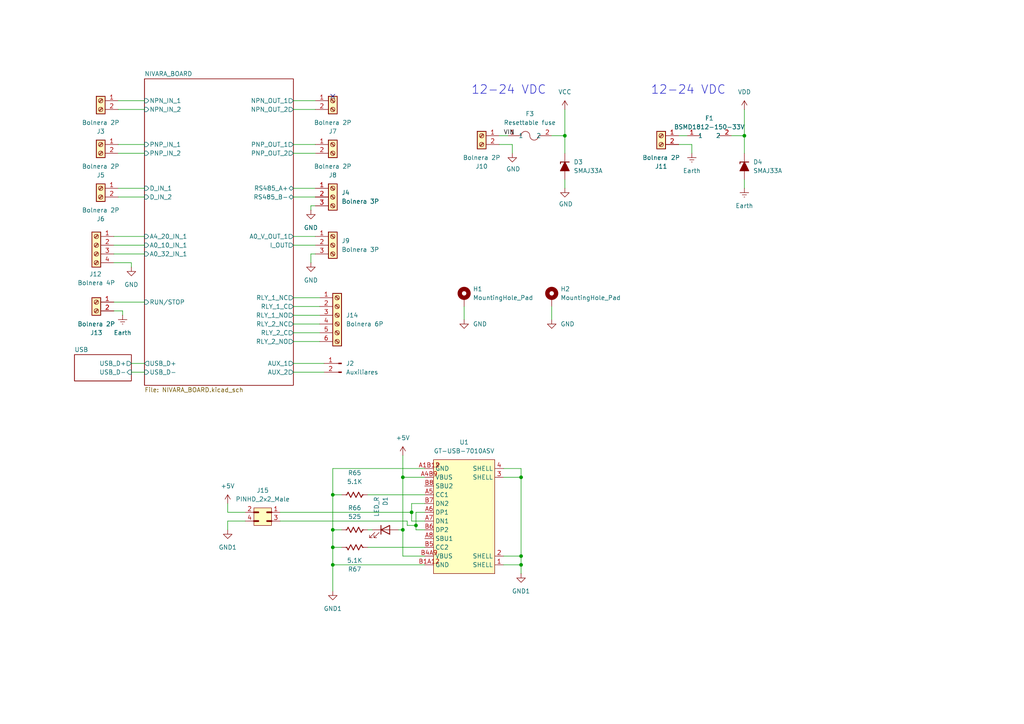
<source format=kicad_sch>
(kicad_sch (version 20250114) (generator "eeschema") (generator_version "9.0")
  (paper "A4")
  (title_block (title "PCB Nivara") (date "2025-06-06") (rev "2025-06-06") (company "Instituto Tecnológico de las Américas"))
  (lib_symbols
    (symbol "Connector:Conn_01x02_Pin" (pin_names (offset 1.016) (hide yes))
      (property "Reference" "J" (at 0 2.54 0))
      (property "Value" "Conn_01x02_Pin" (at 0 -5.08 0))
      (symbol "Conn_01x02_Pin_1_1"
        (rectangle (start 0.8636 0.127) (end 0 -0.127) (stroke (width 0.1524)) (fill (type outline)))
        (rectangle (start 0.8636 -2.413) (end 0 -2.667) (stroke (width 0.1524)) (fill (type outline)))
        (polyline (pts (xy 1.27 0) (xy 0.8636 0)) (stroke (width 0.1524)))
        (polyline (pts (xy 1.27 -2.54) (xy 0.8636 -2.54)) (stroke (width 0.1524)))
        (pin passive line (at 5.08 0 180) (length 3.81) (name "Pin_1") (number "1"))
        (pin passive line (at 5.08 -2.54 180) (length 3.81) (name "Pin_2") (number "2"))
      )
    )
    (symbol "Connector:Screw_Terminal_01x02" (pin_names (offset 1.016) (hide yes))
      (property "Reference" "J" (at 0 2.54 0))
      (property "Value" "Screw_Terminal_01x02" (at 0 -5.08 0))
      (symbol "Screw_Terminal_01x02_1_1"
        (rectangle (start -1.27 1.27) (end 1.27 -3.81) (stroke (width 0.254)) (fill (type background)))
        (polyline (pts (xy -0.5334 0.3302) (xy 0.3302 -0.508)) (stroke (width 0.1524)))
        (polyline (pts (xy -0.5334 -2.2098) (xy 0.3302 -3.048)) (stroke (width 0.1524)))
        (polyline (pts (xy -0.3556 0.508) (xy 0.508 -0.3302)) (stroke (width 0.1524)))
        (polyline (pts (xy -0.3556 -2.032) (xy 0.508 -2.8702)) (stroke (width 0.1524)))
        (circle (center 0 0) (radius 0.635) (stroke (width 0.1524)))
        (circle (center 0 -2.54) (radius 0.635) (stroke (width 0.1524)))
        (pin passive line (at -5.08 0 0) (length 3.81) (name "Pin_1") (number "1"))
        (pin passive line (at -5.08 -2.54 0) (length 3.81) (name "Pin_2") (number "2"))
      )
    )
    (symbol "Connector:Screw_Terminal_01x03" (pin_names (offset 1.016) (hide yes))
      (property "Reference" "J" (at 0 5.08 0))
      (property "Value" "Screw_Terminal_01x03" (at 0 -5.08 0))
      (symbol "Screw_Terminal_01x03_1_1"
        (rectangle (start -1.27 3.81) (end 1.27 -3.81) (stroke (width 0.254)) (fill (type background)))
        (polyline (pts (xy -0.5334 2.8702) (xy 0.3302 2.032)) (stroke (width 0.1524)))
        (polyline (pts (xy -0.5334 0.3302) (xy 0.3302 -0.508)) (stroke (width 0.1524)))
        (polyline (pts (xy -0.5334 -2.2098) (xy 0.3302 -3.048)) (stroke (width 0.1524)))
        (polyline (pts (xy -0.3556 3.048) (xy 0.508 2.2098)) (stroke (width 0.1524)))
        (polyline (pts (xy -0.3556 0.508) (xy 0.508 -0.3302)) (stroke (width 0.1524)))
        (polyline (pts (xy -0.3556 -2.032) (xy 0.508 -2.8702)) (stroke (width 0.1524)))
        (circle (center 0 2.54) (radius 0.635) (stroke (width 0.1524)))
        (circle (center 0 0) (radius 0.635) (stroke (width 0.1524)))
        (circle (center 0 -2.54) (radius 0.635) (stroke (width 0.1524)))
        (pin passive line (at -5.08 2.54 0) (length 3.81) (name "Pin_1") (number "1"))
        (pin passive line (at -5.08 0 0) (length 3.81) (name "Pin_2") (number "2"))
        (pin passive line (at -5.08 -2.54 0) (length 3.81) (name "Pin_3") (number "3"))
      )
    )
    (symbol "Connector:Screw_Terminal_01x04" (pin_names (offset 1.016) (hide yes))
      (property "Reference" "J" (at 0 5.08 0))
      (property "Value" "Screw_Terminal_01x04" (at 0 -7.62 0))
      (symbol "Screw_Terminal_01x04_1_1"
        (rectangle (start -1.27 3.81) (end 1.27 -6.35) (stroke (width 0.254)) (fill (type background)))
        (polyline (pts (xy -0.5334 2.8702) (xy 0.3302 2.032)) (stroke (width 0.1524)))
        (polyline (pts (xy -0.5334 0.3302) (xy 0.3302 -0.508)) (stroke (width 0.1524)))
        (polyline (pts (xy -0.5334 -2.2098) (xy 0.3302 -3.048)) (stroke (width 0.1524)))
        (polyline (pts (xy -0.5334 -4.7498) (xy 0.3302 -5.588)) (stroke (width 0.1524)))
        (polyline (pts (xy -0.3556 3.048) (xy 0.508 2.2098)) (stroke (width 0.1524)))
        (polyline (pts (xy -0.3556 0.508) (xy 0.508 -0.3302)) (stroke (width 0.1524)))
        (polyline (pts (xy -0.3556 -2.032) (xy 0.508 -2.8702)) (stroke (width 0.1524)))
        (polyline (pts (xy -0.3556 -4.572) (xy 0.508 -5.4102)) (stroke (width 0.1524)))
        (circle (center 0 2.54) (radius 0.635) (stroke (width 0.1524)))
        (circle (center 0 0) (radius 0.635) (stroke (width 0.1524)))
        (circle (center 0 -2.54) (radius 0.635) (stroke (width 0.1524)))
        (circle (center 0 -5.08) (radius 0.635) (stroke (width 0.1524)))
        (pin passive line (at -5.08 2.54 0) (length 3.81) (name "Pin_1") (number "1"))
        (pin passive line (at -5.08 0 0) (length 3.81) (name "Pin_2") (number "2"))
        (pin passive line (at -5.08 -2.54 0) (length 3.81) (name "Pin_3") (number "3"))
        (pin passive line (at -5.08 -5.08 0) (length 3.81) (name "Pin_4") (number "4"))
      )
    )
    (symbol "Connector:Screw_Terminal_01x06" (pin_names (offset 1.016) (hide yes))
      (property "Reference" "J" (at 0 7.62 0))
      (property "Value" "Screw_Terminal_01x06" (at 0 -10.16 0))
      (symbol "Screw_Terminal_01x06_1_1"
        (rectangle (start -1.27 6.35) (end 1.27 -8.89) (stroke (width 0.254)) (fill (type background)))
        (polyline (pts (xy -0.5334 5.4102) (xy 0.3302 4.572)) (stroke (width 0.1524)))
        (polyline (pts (xy -0.5334 2.8702) (xy 0.3302 2.032)) (stroke (width 0.1524)))
        (polyline (pts (xy -0.5334 0.3302) (xy 0.3302 -0.508)) (stroke (width 0.1524)))
        (polyline (pts (xy -0.5334 -2.2098) (xy 0.3302 -3.048)) (stroke (width 0.1524)))
        (polyline (pts (xy -0.5334 -4.7498) (xy 0.3302 -5.588)) (stroke (width 0.1524)))
        (polyline (pts (xy -0.5334 -7.2898) (xy 0.3302 -8.128)) (stroke (width 0.1524)))
        (polyline (pts (xy -0.3556 5.588) (xy 0.508 4.7498)) (stroke (width 0.1524)))
        (polyline (pts (xy -0.3556 3.048) (xy 0.508 2.2098)) (stroke (width 0.1524)))
        (polyline (pts (xy -0.3556 0.508) (xy 0.508 -0.3302)) (stroke (width 0.1524)))
        (polyline (pts (xy -0.3556 -2.032) (xy 0.508 -2.8702)) (stroke (width 0.1524)))
        (polyline (pts (xy -0.3556 -4.572) (xy 0.508 -5.4102)) (stroke (width 0.1524)))
        (polyline (pts (xy -0.3556 -7.112) (xy 0.508 -7.9502)) (stroke (width 0.1524)))
        (circle (center 0 5.08) (radius 0.635) (stroke (width 0.1524)))
        (circle (center 0 2.54) (radius 0.635) (stroke (width 0.1524)))
        (circle (center 0 0) (radius 0.635) (stroke (width 0.1524)))
        (circle (center 0 -2.54) (radius 0.635) (stroke (width 0.1524)))
        (circle (center 0 -5.08) (radius 0.635) (stroke (width 0.1524)))
        (circle (center 0 -7.62) (radius 0.635) (stroke (width 0.1524)))
        (pin passive line (at -5.08 5.08 0) (length 3.81) (name "Pin_1") (number "1"))
        (pin passive line (at -5.08 2.54 0) (length 3.81) (name "Pin_2") (number "2"))
        (pin passive line (at -5.08 0 0) (length 3.81) (name "Pin_3") (number "3"))
        (pin passive line (at -5.08 -2.54 0) (length 3.81) (name "Pin_4") (number "4"))
        (pin passive line (at -5.08 -5.08 0) (length 3.81) (name "Pin_5") (number "5"))
        (pin passive line (at -5.08 -7.62 0) (length 3.81) (name "Pin_6") (number "6"))
      )
    )
    (symbol "EasyEDA:BSMD1812-150-33V"
      (property "Reference" "F" (at 0 5.08 0))
      (property "Value" "BSMD1812-150-33V" (at 0 -5.08 0))
      (symbol "BSMD1812-150-33V_0_1"
        (polyline (pts (xy -2.54 0) (xy -1.27 0)))
        (polyline (pts (xy -1.27 0)) (fill (type background)))
        (polyline (pts (xy 3.81 0) (xy 5.08 0)))
        (pin unspecified line (at -5.08 0 0) (length 2.54) (name "1") (number "1"))
        (pin unspecified line (at 7.62 0 180) (length 2.54) (name "2") (number "2"))
      )
    )
    (symbol "EasyEDA:GND" (power) (pin_numbers (hide yes)) (pin_names (offset 0) (hide yes))
      (property "Value" "GND" (at 0 -3.81 0))
      (symbol "GND_0_1"
        (polyline (pts (xy 0 0) (xy 0 -1.27) (xy 1.27 -1.27) (xy 0 -2.54) (xy -1.27 -1.27) (xy 0 -1.27)))
      )
      (symbol "GND_1_1"
        (pin power_in line (at 0 0 270) (length 0) (name "~") (number "1"))
      )
    )
    (symbol "EasyEDA:GT-USB-7010ASV"
      (property "Reference" "U" (at 0 20.32 0))
      (property "Value" "GT-USB-7010ASV" (at 0 -17.78 0))
      (symbol "GT-USB-7010ASV_0_1"
        (rectangle (start -10.16 17.78) (end 7.62 -15.24) (fill (type background)))
        (circle (center -8.89 16.51) (radius 0.38))
        (pin unspecified line (at -12.7 15.24 0) (length 2.54) (name "GND") (number "A1B12"))
        (pin unspecified line (at -12.7 12.7 0) (length 2.54) (name "VBUS") (number "A4B9"))
        (pin unspecified line (at -12.7 10.16 0) (length 2.54) (name "SBU2") (number "B8"))
        (pin unspecified line (at -12.7 7.62 0) (length 2.54) (name "CC1") (number "A5"))
        (pin unspecified line (at -12.7 5.08 0) (length 2.54) (name "DN2") (number "B7"))
        (pin unspecified line (at -12.7 2.54 0) (length 2.54) (name "DP1") (number "A6"))
        (pin unspecified line (at -12.7 0 0) (length 2.54) (name "DN1") (number "A7"))
        (pin unspecified line (at -12.7 -2.54 0) (length 2.54) (name "DP2") (number "B6"))
        (pin unspecified line (at -12.7 -5.08 0) (length 2.54) (name "SBU1") (number "A8"))
        (pin unspecified line (at -12.7 -7.62 0) (length 2.54) (name "CC2") (number "B5"))
        (pin unspecified line (at -12.7 -10.16 0) (length 2.54) (name "VBUS") (number "B4A9"))
        (pin unspecified line (at -12.7 -12.7 0) (length 2.54) (name "GND") (number "B1A12"))
        (pin unspecified line (at 10.16 15.24 180) (length 2.54) (name "SHELL") (number "4"))
        (pin unspecified line (at 10.16 12.7 180) (length 2.54) (name "SHELL") (number "3"))
        (pin unspecified line (at 10.16 -10.16 180) (length 2.54) (name "SHELL") (number "2"))
        (pin unspecified line (at 10.16 -12.7 180) (length 2.54) (name "SHELL") (number "1"))
      )
    )
    (symbol "EasyEDA:LED" (pin_numbers (hide yes)) (pin_names (offset 1.016) (hide yes))
      (property "Reference" "D" (at 0 2.54 0))
      (property "Value" "LED" (at 0 -2.54 0))
      (symbol "LED_0_1"
        (polyline (pts (xy -3.048 -0.762) (xy -4.572 -2.286) (xy -3.81 -2.286) (xy -4.572 -2.286) (xy -4.572 -1.524)))
        (polyline (pts (xy -1.778 -0.762) (xy -3.302 -2.286) (xy -2.54 -2.286) (xy -3.302 -2.286) (xy -3.302 -1.524)))
        (polyline (pts (xy -1.27 0) (xy 1.27 0)))
        (polyline (pts (xy -1.27 -1.27) (xy -1.27 1.27)) (stroke (width 0.254)))
        (polyline (pts (xy 1.27 -1.27) (xy 1.27 1.27) (xy -1.27 0) (xy 1.27 -1.27)) (stroke (width 0.254)))
      )
      (symbol "LED_1_1"
        (pin passive line (at -3.81 0 0) (length 2.54) (name "K") (number "1"))
        (pin passive line (at 3.81 0 180) (length 2.54) (name "A") (number "2"))
      )
    )
    (symbol "EasyEDA:MountingHole_Pad" (pin_numbers (hide yes)) (pin_names (offset 1.016) (hide yes)) (in_bom no)
      (property "Reference" "H" (at 0 6.35 0))
      (property "Value" "MountingHole_Pad" (at 0 4.445 0))
      (symbol "MountingHole_Pad_0_1"
        (circle (center 0 1.27) (radius 1.27) (stroke (width 1.27)))
      )
      (symbol "MountingHole_Pad_1_1"
        (pin input line (at 0 -2.54 90) (length 2.54) (name "1") (number "1"))
      )
    )
    (symbol "EasyEDA:R_0603" (pin_numbers (hide yes)) (pin_names (offset 0))
      (property "Reference" "R" (at 2.54 1.27 0))
      (property "Value" "R_0603" (at 2.54 -1.27 0))
      (symbol "R_0603_0_1"
        (polyline (pts (xy 0 2.286) (xy 0 2.54)) (stroke (width 0.254)))
        (polyline (pts (xy 0 2.286) (xy 0.762 1.905) (xy -0.762 1.143) (xy 0 0.762) (xy 0.762 0.381) (xy 0 0) (xy -0.762 -0.381) (xy 0 -0.762) (xy 0.762 -1.143) (xy 0 -1.524) (xy -0.762 -1.905) (xy 0 -2.286)) (stroke (width 0.254)))
        (polyline (pts (xy 0 -2.286) (xy 0 -2.54)) (stroke (width 0.254)))
      )
      (symbol "R_0603_0_2"
        (polyline (pts (xy -2.54 -2.54) (xy -1.778 -1.778)))
        (polyline (pts (xy -1.778 -1.778) (xy -1.524 -1.524)) (stroke (width 0.254)))
        (polyline (pts (xy -1.524 -1.524) (xy -1.778 -0.762) (xy -1.016 -1.016)) (stroke (width 0.254)))
        (polyline (pts (xy -0.508 -0.508) (xy -0.762 0.254) (xy 0 0)) (stroke (width 0.254)))
        (polyline (pts (xy -0.508 -0.508) (xy -0.254 -1.27) (xy -1.016 -1.016)) (stroke (width 0.254)))
        (polyline (pts (xy 0.508 0.508) (xy 0.254 1.27) (xy 1.016 1.016)) (stroke (width 0.254)))
        (polyline (pts (xy 0.508 0.508) (xy 0.762 -0.254) (xy 0 0)) (stroke (width 0.254)))
        (polyline (pts (xy 1.524 1.524) (xy 1.778 0.762) (xy 1.016 1.016)) (stroke (width 0.254)))
        (polyline (pts (xy 1.778 1.778) (xy 1.524 1.524)) (stroke (width 0.254)))
        (polyline (pts (xy 1.778 1.778) (xy 2.54 2.54)))
      )
      (symbol "R_0603_1_1"
        (pin passive line (at 0 3.81 270) (length 1.27) (name "~") (number "1"))
        (pin passive line (at 0 -3.81 90) (length 1.27) (name "~") (number "2"))
      )
      (symbol "R_0603_1_2"
        (pin passive line (at -2.54 -2.54 0) (length 0) (name "") (number "2"))
        (pin passive line (at 2.54 2.54 180) (length 0) (name "") (number "1"))
      )
    )
    (symbol "EasyEDA:SMAJ33A" (pin_numbers (hide yes)) (pin_names (offset 1.016) (hide yes))
      (property "Reference" "D" (at 0 5.08 0))
      (property "Value" "SMAJ33A" (at 0 2.54 0))
      (symbol "SMAJ33A_0_1"
        (polyline (pts (xy -1.27 1.27) (xy -1.27 -1.27) (xy 1.27 0) (xy -1.27 1.27)) (stroke (width 0.254)) (fill (type outline)))
        (polyline (pts (xy -1.27 0) (xy 1.27 0)))
        (polyline (pts (xy 1.27 1.27) (xy 0.762 1.27)) (stroke (width 0.254)))
        (polyline (pts (xy 1.27 -1.27) (xy 1.27 1.27)) (stroke (width 0.254)))
      )
      (symbol "SMAJ33A_0_2"
        (polyline (pts (xy -2.54 -2.54) (xy 2.54 2.54)))
        (polyline (pts (xy -0.889 -0.889) (xy -1.778 0) (xy 0.889 0.889) (xy 0 -1.778) (xy -0.889 -0.889)) (stroke (width 0.254)) (fill (type outline)))
        (polyline (pts (xy 0 1.778) (xy -0.381 1.397)) (stroke (width 0.254)))
        (polyline (pts (xy 0 1.778) (xy 1.778 0)) (stroke (width 0.254)))
      )
      (symbol "SMAJ33A_1_1"
        (pin passive line (at -3.81 0 0) (length 2.54) (name "A") (number "2"))
        (pin passive line (at 3.81 0 180) (length 2.54) (name "K") (number "1"))
      )
      (symbol "SMAJ33A_1_2"
        (pin passive line (at -2.54 -2.54 0) (length 0) (name "A") (number "2"))
        (pin passive line (at 2.54 2.54 180) (length 0) (name "K") (number "1"))
      )
    )
    (symbol "EasyEDA:VCC" (power) (pin_numbers (hide yes)) (pin_names (offset 0) (hide yes))
      (property "Value" "VCC" (at 0 3.556 0))
      (symbol "VCC_0_1"
        (polyline (pts (xy -0.762 1.27) (xy 0 2.54)))
        (polyline (pts (xy 0 2.54) (xy 0.762 1.27)))
        (polyline (pts (xy 0 0) (xy 0 2.54)))
      )
      (symbol "VCC_1_1"
        (pin power_in line (at 0 0 90) (length 0) (name "~") (number "1"))
      )
    )
    (symbol "EasyEda:Reseatteble_Fuse"
      (property "Reference" "F" (at 0 0 0))
      (symbol "Reseatteble_Fuse_0_1"
        (polyline (pts (xy -2.54 0) (xy -3.81 0)) (stroke (width 0.1524)))
        (arc (start -2.54 0) (mid -1.27 1.2645) (end 0 0))
        (arc (start 2.54 0) (mid 1.27 -1.2645) (end 0 0))
        (polyline (pts (xy 3.81 0) (xy 2.54 0)) (stroke (width 0.1524)))
      )
      (symbol "Reseatteble_Fuse_1_1"
        (pin passive line (at -6.35 0 0) (length 2.54) (name "1") (number "1"))
        (pin passive line (at 6.35 0 180) (length 2.54) (name "2") (number "2"))
      )
    )
    (symbol "PCM_SL_Pin_Headers:PINHD_2x2_Male"
      (property "Reference" "J" (at -1.27 6.35 0))
      (property "Value" "PINHD_2x2_Male" (at -1.27 3.81 0))
      (symbol "PINHD_2x2_Male_0_1"
        (rectangle (start -2.54 2.54) (end 2.54 -2.54) (fill (type background)))
        (polyline (pts (xy -2.54 1.27) (xy -1.27 1.27)) (stroke (width 0.5)))
        (polyline (pts (xy -2.54 -1.27) (xy -1.27 -1.27)) (stroke (width 0.3)))
        (polyline (pts (xy -2.54 -1.27) (xy -1.27 -1.27)) (stroke (width 0.5)))
        (polyline (pts (xy 1.27 1.27) (xy 2.54 1.27)) (stroke (width 0.5)))
        (polyline (pts (xy 1.27 -1.27) (xy 2.54 -1.27)) (stroke (width 0.5)))
      )
      (symbol "PINHD_2x2_Male_1_1"
        (pin passive line (at -5.08 1.27 0) (length 2.54) (name "") (number "1"))
        (pin passive line (at -5.08 -1.27 0) (length 2.54) (name "") (number "3"))
        (pin passive line (at 5.08 1.27 180) (length 2.54) (name "") (number "2"))
        (pin passive line (at 5.08 -1.27 180) (length 2.54) (name "") (number "4"))
      )
    )
    (symbol "power:+5V" (power) (pin_numbers (hide yes)) (pin_names (offset 0) (hide yes))
      (property "Value" "+5V" (at 0 3.556 0))
      (symbol "+5V_0_1"
        (polyline (pts (xy -0.762 1.27) (xy 0 2.54)))
        (polyline (pts (xy 0 2.54) (xy 0.762 1.27)))
        (polyline (pts (xy 0 0) (xy 0 2.54)))
      )
      (symbol "+5V_1_1"
        (pin power_in line (at 0 0 90) (length 0) (name "~") (number "1"))
      )
    )
    (symbol "power:Earth" (power) (pin_numbers (hide yes)) (pin_names (offset 0) (hide yes))
      (property "Value" "Earth" (at 0 -3.81 0))
      (symbol "Earth_0_1"
        (polyline (pts (xy -0.635 -1.905) (xy 0.635 -1.905)))
        (polyline (pts (xy -0.127 -2.54) (xy 0.127 -2.54)))
        (polyline (pts (xy 0 -1.27) (xy 0 0)))
        (polyline (pts (xy 1.27 -1.27) (xy -1.27 -1.27)))
      )
      (symbol "Earth_1_1"
        (pin power_in line (at 0 0 270) (length 0) (name "~") (number "1"))
      )
    )
    (symbol "power:GND1" (power) (pin_numbers (hide yes)) (pin_names (offset 0) (hide yes))
      (property "Value" "GND1" (at 0 -3.81 0))
      (symbol "GND1_0_1"
        (polyline (pts (xy 0 0) (xy 0 -1.27) (xy 1.27 -1.27) (xy 0 -2.54) (xy -1.27 -1.27) (xy 0 -1.27)))
      )
      (symbol "GND1_1_1"
        (pin power_in line (at 0 0 270) (length 0) (name "~") (number "1"))
      )
    )
    (symbol "power:VDD" (power) (pin_numbers (hide yes)) (pin_names (offset 0) (hide yes))
      (property "Value" "VDD" (at 0 3.556 0))
      (symbol "VDD_0_1"
        (polyline (pts (xy -0.762 1.27) (xy 0 2.54)))
        (polyline (pts (xy 0 2.54) (xy 0.762 1.27)))
        (polyline (pts (xy 0 0) (xy 0 2.54)))
      )
      (symbol "VDD_1_1"
        (pin power_in line (at 0 0 90) (length 0) (name "~") (number "1"))
      )
    )
  )
  (text "12-24 VDC" (at 147.574 26.162 0) (effects (font (size 2.5 2.5))))
  (text "12-24 VDC" (at 199.644 26.162 0) (effects (font (size 2.5 2.5))))
  (junction (at 96.52 153.67))
  (junction (at 151.13 161.29))
  (junction (at 116.84 153.67))
  (junction (at 163.83 39.37))
  (junction (at 116.84 138.43))
  (junction (at 151.13 163.83))
  (junction (at 96.52 143.51))
  (junction (at 120.65 152.4))
  (junction (at 215.9 39.37))
  (junction (at 151.13 138.43))
  (junction (at 96.52 158.75))
  (junction (at 119.38 148.59))
  (junction (at 96.52 163.83))
  (no_connect (at 96.52 27.94))
  (wire (pts (xy 119.38 151.13) (xy 123.19 151.13)))
  (wire (pts (xy 123.19 138.43) (xy 116.84 138.43)))
  (wire (pts (xy 33.02 76.2) (xy 38.1 76.2)))
  (wire (pts (xy 90.17 73.66) (xy 91.44 73.66)))
  (wire (pts (xy 85.09 57.15) (xy 91.44 57.15)))
  (wire (pts (xy 85.09 41.91) (xy 91.44 41.91)))
  (wire (pts (xy 66.04 153.67) (xy 66.04 151.13)))
  (wire (pts (xy 34.29 44.45) (xy 41.91 44.45)))
  (wire (pts (xy 163.83 39.37) (xy 163.83 44.45)))
  (wire (pts (xy 34.29 54.61) (xy 41.91 54.61)))
  (wire (pts (xy 85.09 31.75) (xy 91.44 31.75)))
  (wire (pts (xy 66.04 148.59) (xy 71.12 148.59)))
  (wire (pts (xy 85.09 93.98) (xy 92.71 93.98)))
  (wire (pts (xy 34.29 57.15) (xy 41.91 57.15)))
  (wire (pts (xy 85.09 96.52) (xy 92.71 96.52)))
  (wire (pts (xy 38.1 105.41) (xy 41.91 105.41)))
  (wire (pts (xy 96.52 163.83) (xy 123.19 163.83)))
  (wire (pts (xy 96.52 163.83) (xy 96.52 171.45)))
  (wire (pts (xy 119.38 148.59) (xy 119.38 151.13)))
  (wire (pts (xy 96.52 135.89) (xy 96.52 143.51)))
  (wire (pts (xy 66.04 146.05) (xy 66.04 148.59)))
  (wire (pts (xy 146.05 135.89) (xy 151.13 135.89)))
  (wire (pts (xy 148.59 41.91) (xy 144.78 41.91)))
  (wire (pts (xy 151.13 138.43) (xy 151.13 161.29)))
  (wire (pts (xy 160.02 39.37) (xy 163.83 39.37)))
  (wire (pts (xy 35.56 91.44) (xy 35.56 90.17)))
  (wire (pts (xy 215.9 31.75) (xy 215.9 39.37)))
  (wire (pts (xy 163.83 31.75) (xy 163.83 39.37)))
  (wire (pts (xy 212.09 39.37) (xy 215.9 39.37)))
  (wire (pts (xy 85.09 88.9) (xy 92.71 88.9)))
  (wire (pts (xy 85.09 68.58) (xy 91.44 68.58)))
  (wire (pts (xy 34.29 41.91) (xy 41.91 41.91)))
  (wire (pts (xy 146.05 138.43) (xy 151.13 138.43)))
  (wire (pts (xy 215.9 39.37) (xy 215.9 44.45)))
  (wire (pts (xy 33.02 71.12) (xy 41.91 71.12)))
  (wire (pts (xy 116.84 153.67) (xy 116.84 161.29)))
  (wire (pts (xy 120.65 152.4) (xy 120.65 153.67)))
  (wire (pts (xy 66.04 151.13) (xy 71.12 151.13)))
  (wire (pts (xy 151.13 135.89) (xy 151.13 138.43)))
  (wire (pts (xy 116.84 153.67) (xy 115.57 153.67)))
  (wire (pts (xy 200.66 41.91) (xy 196.85 41.91)))
  (wire (pts (xy 34.29 31.75) (xy 41.91 31.75)))
  (wire (pts (xy 196.85 39.37) (xy 199.39 39.37)))
  (wire (pts (xy 81.28 151.13) (xy 118.11 151.13)))
  (wire (pts (xy 106.68 143.51) (xy 123.19 143.51)))
  (wire (pts (xy 33.02 73.66) (xy 41.91 73.66)))
  (wire (pts (xy 96.52 143.51) (xy 96.52 153.67)))
  (wire (pts (xy 120.65 153.67) (xy 123.19 153.67)))
  (wire (pts (xy 38.1 77.47) (xy 38.1 76.2)))
  (wire (pts (xy 96.52 153.67) (xy 96.52 158.75)))
  (wire (pts (xy 116.84 132.08) (xy 116.84 138.43)))
  (wire (pts (xy 119.38 146.05) (xy 119.38 148.59)))
  (wire (pts (xy 38.1 107.95) (xy 41.91 107.95)))
  (wire (pts (xy 123.19 146.05) (xy 119.38 146.05)))
  (wire (pts (xy 85.09 44.45) (xy 91.44 44.45)))
  (wire (pts (xy 123.19 135.89) (xy 96.52 135.89)))
  (wire (pts (xy 85.09 71.12) (xy 91.44 71.12)))
  (wire (pts (xy 34.29 29.21) (xy 41.91 29.21)))
  (wire (pts (xy 151.13 161.29) (xy 151.13 163.83)))
  (wire (pts (xy 33.02 90.17) (xy 35.56 90.17)))
  (wire (pts (xy 146.05 161.29) (xy 151.13 161.29)))
  (wire (pts (xy 118.11 151.13) (xy 118.11 152.4)))
  (wire (pts (xy 123.19 148.59) (xy 120.65 148.59)))
  (wire (pts (xy 93.98 107.95) (xy 85.09 107.95)))
  (wire (pts (xy 96.52 158.75) (xy 99.06 158.75)))
  (wire (pts (xy 116.84 138.43) (xy 116.84 153.67)))
  (wire (pts (xy 144.78 39.37) (xy 147.32 39.37)))
  (wire (pts (xy 90.17 60.96) (xy 90.17 59.69)))
  (wire (pts (xy 33.02 68.58) (xy 41.91 68.58)))
  (wire (pts (xy 106.68 153.67) (xy 107.95 153.67)))
  (wire (pts (xy 151.13 163.83) (xy 151.13 166.37)))
  (wire (pts (xy 93.98 105.41) (xy 85.09 105.41)))
  (wire (pts (xy 33.02 87.63) (xy 41.91 87.63)))
  (wire (pts (xy 134.62 88.9) (xy 134.62 92.71)))
  (wire (pts (xy 85.09 91.44) (xy 92.71 91.44)))
  (wire (pts (xy 85.09 54.61) (xy 91.44 54.61)))
  (wire (pts (xy 99.06 143.51) (xy 96.52 143.51)))
  (wire (pts (xy 215.9 54.61) (xy 215.9 52.07)))
  (wire (pts (xy 96.52 158.75) (xy 96.52 163.83)))
  (wire (pts (xy 116.84 161.29) (xy 123.19 161.29)))
  (wire (pts (xy 85.09 29.21) (xy 91.44 29.21)))
  (wire (pts (xy 85.09 86.36) (xy 92.71 86.36)))
  (wire (pts (xy 151.13 163.83) (xy 146.05 163.83)))
  (wire (pts (xy 81.28 148.59) (xy 119.38 148.59)))
  (wire (pts (xy 163.83 54.61) (xy 163.83 52.07)))
  (wire (pts (xy 160.02 88.9) (xy 160.02 92.71)))
  (wire (pts (xy 90.17 59.69) (xy 91.44 59.69)))
  (wire (pts (xy 118.11 152.4) (xy 120.65 152.4)))
  (wire (pts (xy 90.17 73.66) (xy 90.17 76.2)))
  (wire (pts (xy 120.65 148.59) (xy 120.65 152.4)))
  (wire (pts (xy 200.66 44.45) (xy 200.66 41.91)))
  (wire (pts (xy 85.09 99.06) (xy 92.71 99.06)))
  (wire (pts (xy 148.59 44.45) (xy 148.59 41.91)))
  (wire (pts (xy 106.68 158.75) (xy 123.19 158.75)))
  (wire (pts (xy 99.06 153.67) (xy 96.52 153.67)))
  (label "VIN" (at 146.05 39.37 0))
  (symbol (lib_id "Connector:Screw_Terminal_01x02") (at 191.77 39.37 0) (mirror y) (unit 1)
    (property "Reference" "J11" (at 191.77 48.26 0))
    (property "Value" "Bolnera 2P" (at 191.77 45.72 0))
    (property "Footprint" "TerminalBlock_Phoenix:TerminalBlock_Phoenix_MKDS-1,5-2-5.08_1x02_P5.08mm_Horizontal" (effects (hide yes)))
    (property "Datasheet" "https://www.lcsc.com/datasheet/C2915639.pdf" (effects (hide yes)))
    (property "Description" "Generic screw terminal, single row, 01x02, script generated (kicad-library-utils/schlib/autogen/connector/)" (effects (hide yes)))
    (property "LCSC Part" "C2915639" (effects (hide yes)))
    (property "Part #" "DB128V-5.08-2P-GN-S" (effects (hide yes)))
  )
  (symbol (lib_id "power:Earth") (at 215.9 54.61 0) (unit 1)
    (property "Reference" "#PWR017" (effects (hide yes)))
    (property "Value" "Earth" (at 215.9 59.69 0))
    (property "Description" "Power symbol creates a global label with name \"Earth\"" (effects (hide yes)))
  )
  (symbol (lib_id "power:+5V") (at 66.04 146.05 0) (unit 1)
    (property "Reference" "#PWR03" (effects (hide yes)))
    (property "Value" "+5V" (at 66.04 140.97 0))
    (property "Description" "Power symbol creates a global label with name \"+5V\"" (effects (hide yes)))
  )
  (symbol (lib_id "Connector:Screw_Terminal_01x02") (at 29.21 54.61 0) (mirror y) (unit 1)
    (property "Reference" "J6" (at 29.21 63.5 0))
    (property "Value" "Bolnera 2P" (at 29.21 60.96 0))
    (property "Footprint" "TerminalBlock_Phoenix:TerminalBlock_Phoenix_MKDS-1,5-2-5.08_1x02_P5.08mm_Horizontal" (effects (hide yes)))
    (property "Datasheet" "https://www.lcsc.com/datasheet/C2915639.pdf" (effects (hide yes)))
    (property "Description" "Generic screw terminal, single row, 01x02, script generated (kicad-library-utils/schlib/autogen/connector/)" (effects (hide yes)))
    (property "LCSC Part" "C2915639" (effects (hide yes)))
    (property "Part #" "DB128V-5.08-2P-GN-S" (effects (hide yes)))
  )
  (symbol (lib_id "EasyEDA:LED") (at 111.76 153.67 0) (unit 1)
    (property "Reference" "D1" (at 111.76 144.018 90) (effects (justify right)))
    (property "Value" "LED_R" (at 109.22 144.018 90) (effects (justify right)))
    (property "Footprint" "LED_SMD:LED_0603_1608Metric" (effects (hide yes)))
    (property "Datasheet" "https://www.lcsc.com/datasheet/C84263.pdf" (effects (hide yes)))
    (property "Description" "Light emitting diode" (effects (hide yes)))
    (property "Sim.Pins" "1=K 2=A" (effects (hide yes)))
    (property "LCSC Part" "C84263" (effects (hide yes)))
    (property "Part #" "NCD0603R1" (effects (hide yes)))
  )
  (symbol (lib_id "EasyEDA:R_0603") (at 102.87 143.51 90) (unit 1)
    (property "Reference" "R65" (at 102.87 137.16 90))
    (property "Value" "5.1K" (at 102.87 139.7 90))
    (property "Footprint" "PCM_Resistor_SMD_AKL:R_0603_1608Metric" (effects (hide yes)))
    (property "Datasheet" "https://www.lcsc.com/datasheet/C473240.pdf" (effects (hide yes)))
    (property "Description" "SMD 0603 Chip Resistor, US Symbol, Alternate KiCad Library" (effects (hide yes)))
    (property "LCSC Part" "C473240" (effects (hide yes)))
    (property "Part #" "ERA3AEB512V" (effects (hide yes)))
  )
  (symbol (lib_id "PCM_SL_Pin_Headers:PINHD_2x2_Male") (at 76.2 149.86 0) (mirror y) (unit 1)
    (property "Reference" "J15" (at 76.2 142.24 0))
    (property "Value" "PINHD_2x2_Male" (at 76.2 144.78 0))
    (property "Footprint" "Connector_PinHeader_2.54mm:PinHeader_2x02_P2.54mm_Vertical" (effects (hide yes)))
    (property "Datasheet" "https://www.lcsc.com/datasheet/C49286556.pdf" (effects (hide yes)))
    (property "Description" "Pin Header male with pin space 2.54mm. Pin Count -4" (effects (hide yes)))
    (property "LCSC Part" "C49286556" (effects (hide yes)))
    (property "Part #" "PH2.54-07-02PWS" (effects (hide yes)))
  )
  (symbol (lib_id "EasyEDA:GND") (at 163.83 54.61 0) (unit 1)
    (property "Reference" "#PWR014" (effects (hide yes)))
    (property "Value" "GND" (at 162.052 59.182 0) (effects (justify left)))
    (property "Description" "Power symbol creates a global label with name \"GND\" , ground" (effects (hide yes)))
  )
  (symbol (lib_id "Connector:Screw_Terminal_01x03") (at 96.52 57.15 0) (unit 1)
    (property "Reference" "J4" (at 99.06 55.8799 0) (effects (justify left)))
    (property "Value" "Bolnera 3P" (at 99.06 58.4199 0) (effects (justify left)))
    (property "Footprint" "TerminalBlock_Phoenix:TerminalBlock_Phoenix_MKDS-1,5-3-5.08_1x03_P5.08mm_Horizontal" (effects (hide yes)))
    (property "Datasheet" "https://www.lcsc.com/datasheet/C2915640.pdf" (effects (hide yes)))
    (property "Description" "Generic screw terminal, single row, 01x03, script generated (kicad-library-utils/schlib/autogen/connector/)" (effects (hide yes)))
    (property "LCSC Part" "C2915640" (effects (hide yes)))
    (property "Part #" "DB128V-5.08-3P-GN-S" (effects (hide yes)))
  )
  (symbol (lib_id "EasyEDA:GND") (at 90.17 76.2 0) (unit 1)
    (property "Reference" "#PWR06" (effects (hide yes)))
    (property "Value" "GND" (at 90.17 81.28 0))
    (property "Description" "Power symbol creates a global label with name \"GND\" , ground" (effects (hide yes)))
  )
  (symbol (lib_id "EasyEDA:R_0603") (at 102.87 158.75 90) (mirror x) (unit 1)
    (property "Reference" "R67" (at 102.87 165.1 90))
    (property "Value" "5.1K" (at 102.87 162.56 90))
    (property "Footprint" "PCM_Resistor_SMD_AKL:R_0603_1608Metric" (effects (hide yes)))
    (property "Datasheet" "https://www.lcsc.com/datasheet/C473240.pdf" (effects (hide yes)))
    (property "Description" "SMD 0603 Chip Resistor, US Symbol, Alternate KiCad Library" (effects (hide yes)))
    (property "LCSC Part" "C473240" (effects (hide yes)))
    (property "Part #" "ERA3AEB512V" (effects (hide yes)))
  )
  (symbol (lib_id "Connector:Screw_Terminal_01x03") (at 96.52 71.12 0) (unit 1)
    (property "Reference" "J9" (at 99.06 69.8499 0) (effects (justify left)))
    (property "Value" "Bolnera 3P" (at 99.06 72.3899 0) (effects (justify left)))
    (property "Footprint" "TerminalBlock_Phoenix:TerminalBlock_Phoenix_MKDS-1,5-3-5.08_1x03_P5.08mm_Horizontal" (effects (hide yes)))
    (property "Datasheet" "https://www.lcsc.com/datasheet/C2915640.pdf" (effects (hide yes)))
    (property "Description" "Generic screw terminal, single row, 01x03, script generated (kicad-library-utils/schlib/autogen/connector/)" (effects (hide yes)))
    (property "LCSC Part" "C2915640" (effects (hide yes)))
    (property "Part #" "DB128V-5.08-3P-GN-S" (effects (hide yes)))
  )
  (symbol (lib_id "EasyEda:Reseatteble_Fuse") (at 153.67 39.37 0) (unit 1)
    (property "Reference" "F3" (at 153.67 33.02 0))
    (property "Value" "Resettable fuse" (at 153.67 35.56 0))
    (property "Footprint" "EasyEDA:Reseatteble Fuse" (effects (hide yes)))
    (property "Datasheet" "https://www.lcsc.com/datasheet/C7433877.pdf" (effects (hide yes)))
    (property "Part #" "BSMD1812-200-33V" (effects (hide yes)))
    (property "LCSC Part" "C7433877" (effects (hide yes)))
  )
  (symbol (lib_id "EasyEDA:MountingHole_Pad") (at 134.62 86.36 0) (unit 1) (in_bom no)
    (property "Reference" "H1" (at 137.16 83.8199 0) (effects (justify left)))
    (property "Value" "MountingHole_Pad" (at 137.16 86.3599 0) (effects (justify left)))
    (property "Footprint" "MountingHole:MountingHole_3.2mm_M3_Pad_Via" (effects (hide yes)))
    (property "Description" "Mounting Hole with connection" (effects (hide yes)))
  )
  (symbol (lib_id "EasyEDA:MountingHole_Pad") (at 160.02 86.36 0) (unit 1) (in_bom no)
    (property "Reference" "H2" (at 162.56 83.8199 0) (effects (justify left)))
    (property "Value" "MountingHole_Pad" (at 162.56 86.3599 0) (effects (justify left)))
    (property "Footprint" "MountingHole:MountingHole_3.2mm_M3_Pad_Via" (effects (hide yes)))
    (property "Description" "Mounting Hole with connection" (effects (hide yes)))
  )
  (symbol (lib_id "Connector:Screw_Terminal_01x02") (at 29.21 29.21 0) (mirror y) (unit 1)
    (property "Reference" "J3" (at 29.21 38.1 0))
    (property "Value" "Bolnera 2P" (at 29.21 35.56 0))
    (property "Footprint" "TerminalBlock_Phoenix:TerminalBlock_Phoenix_MKDS-1,5-2-5.08_1x02_P5.08mm_Horizontal" (effects (hide yes)))
    (property "Datasheet" "https://www.lcsc.com/datasheet/C2915639.pdf" (effects (hide yes)))
    (property "Description" "Generic screw terminal, single row, 01x02, script generated (kicad-library-utils/schlib/autogen/connector/)" (effects (hide yes)))
    (property "LCSC Part" "C2915639" (effects (hide yes)))
    (property "Part #" "DB128V-5.08-2P-GN-S" (effects (hide yes)))
  )
  (symbol (lib_id "power:+5V") (at 116.84 132.08 0) (unit 1)
    (property "Reference" "#PWR08" (effects (hide yes)))
    (property "Value" "+5V" (at 116.84 127 0))
    (property "Description" "Power symbol creates a global label with name \"+5V\"" (effects (hide yes)))
  )
  (symbol (lib_id "EasyEDA:GND") (at 38.1 77.47 0) (unit 1)
    (property "Reference" "#PWR02" (effects (hide yes)))
    (property "Value" "GND" (at 38.1 82.55 0))
    (property "Description" "Power symbol creates a global label with name \"GND\" , ground" (effects (hide yes)))
  )
  (symbol (lib_id "power:GND1") (at 66.04 153.67 0) (unit 1)
    (property "Reference" "#PWR04" (effects (hide yes)))
    (property "Value" "GND1" (at 66.04 158.75 0))
    (property "Description" "Power symbol creates a global label with name \"GND1\" , ground" (effects (hide yes)))
  )
  (symbol (lib_id "EasyEDA:GT-USB-7010ASV") (at 135.89 151.13 0) (unit 1)
    (property "Reference" "U1" (at 134.62 128.27 0))
    (property "Value" "GT-USB-7010ASV" (at 134.62 130.81 0))
    (property "Footprint" "EasyEDA:USB-C-SMD_G-SWITCH_GT-USB-7010ASV" (effects (hide yes)))
    (property "Datasheet" "https://www.lcsc.com/datasheet/C2988369.pdf" (effects (hide yes)))
    (property "LCSC Part" "C2988369" (effects (hide yes)))
    (property "Part #" "GT-USB-7010ASV" (effects (hide yes)))
  )
  (symbol (lib_id "Connector:Screw_Terminal_01x02") (at 29.21 41.91 0) (mirror y) (unit 1)
    (property "Reference" "J5" (at 29.21 50.8 0))
    (property "Value" "Bolnera 2P" (at 29.21 48.26 0))
    (property "Footprint" "TerminalBlock_Phoenix:TerminalBlock_Phoenix_MKDS-1,5-2-5.08_1x02_P5.08mm_Horizontal" (effects (hide yes)))
    (property "Datasheet" "https://www.lcsc.com/datasheet/C2915639.pdf" (effects (hide yes)))
    (property "Description" "Generic screw terminal, single row, 01x02, script generated (kicad-library-utils/schlib/autogen/connector/)" (effects (hide yes)))
    (property "LCSC Part" "C2915639" (effects (hide yes)))
    (property "Part #" "DB128V-5.08-2P-GN-S" (effects (hide yes)))
  )
  (symbol (lib_id "EasyEDA:GND") (at 90.17 60.96 0) (unit 1)
    (property "Reference" "#PWR05" (effects (hide yes)))
    (property "Value" "GND" (at 90.17 66.04 0))
    (property "Description" "Power symbol creates a global label with name \"GND\" , ground" (effects (hide yes)))
  )
  (symbol (lib_id "Connector:Screw_Terminal_01x02") (at 139.7 39.37 0) (mirror y) (unit 1)
    (property "Reference" "J10" (at 139.7 48.26 0))
    (property "Value" "Bolnera 2P" (at 139.7 45.72 0))
    (property "Footprint" "TerminalBlock_Phoenix:TerminalBlock_Phoenix_MKDS-1,5-2-5.08_1x02_P5.08mm_Horizontal" (effects (hide yes)))
    (property "Datasheet" "https://www.lcsc.com/datasheet/C2915639.pdf" (effects (hide yes)))
    (property "Description" "Generic screw terminal, single row, 01x02, script generated (kicad-library-utils/schlib/autogen/connector/)" (effects (hide yes)))
    (property "LCSC Part" "C2915639" (effects (hide yes)))
    (property "Part #" "DB128V-5.08-2P-GN-S" (effects (hide yes)))
  )
  (symbol (lib_id "EasyEDA:BSMD1812-150-33V") (at 204.47 39.37 0) (unit 1)
    (property "Reference" "F1" (at 205.74 34.29 0))
    (property "Value" "BSMD1812-150-33V" (at 205.74 36.83 0))
    (property "Footprint" "EasyEDA:F1812" (effects (hide yes)))
    (property "Datasheet" "https://lcsc.com/product-detail/PTC-Resettable-Fuses_BHFUSE-BSMD1812-150-33V_C883154.html" (effects (hide yes)))
    (property "LCSC Part" "C883154" (effects (hide yes)))
    (property "Part #" "BSMD1812-150-33V" (effects (hide yes)))
  )
  (symbol (lib_id "EasyEDA:GND") (at 148.59 44.45 0) (unit 1)
    (property "Reference" "#PWR010" (effects (hide yes)))
    (property "Value" "GND" (at 146.812 49.022 0) (effects (justify left)))
    (property "Description" "Power symbol creates a global label with name \"GND\" , ground" (effects (hide yes)))
  )
  (symbol (lib_id "power:GND1") (at 151.13 166.37 0) (unit 1)
    (property "Reference" "#PWR011" (effects (hide yes)))
    (property "Value" "GND1" (at 151.13 171.45 0))
    (property "Description" "Power symbol creates a global label with name \"GND1\" , ground" (effects (hide yes)))
  )
  (symbol (lib_id "EasyEDA:VCC") (at 163.83 31.75 0) (unit 1)
    (property "Reference" "#PWR013" (effects (hide yes)))
    (property "Value" "VCC" (at 163.83 26.67 0))
    (property "Description" "Power symbol creates a global label with name \"VCC\"" (effects (hide yes)))
  )
  (symbol (lib_id "Connector:Conn_01x02_Pin") (at 99.06 105.41 0) (mirror y) (unit 1)
    (property "Reference" "J2" (at 100.33 105.4099 0) (effects (justify right)))
    (property "Value" "Auxiliares" (at 100.33 107.9499 0) (effects (justify right)))
    (property "Footprint" "Connector_PinHeader_2.54mm:PinHeader_1x02_P2.54mm_Vertical" (effects (hide yes)))
    (property "Datasheet" "https://www.lcsc.com/datasheet/C492401.pdf" (effects (hide yes)))
    (property "Description" "Generic connector, single row, 01x02, script generated" (effects (hide yes)))
    (property "LCSC Part" "C492401" (effects (hide yes)))
    (property "Part #" "PZ254V-11-02P" (effects (hide yes)))
  )
  (symbol (lib_id "power:VDD") (at 215.9 31.75 0) (unit 1)
    (property "Reference" "#PWR016" (effects (hide yes)))
    (property "Value" "VDD" (at 215.9 26.67 0))
    (property "Description" "Power symbol creates a global label with name \"VDD\"" (effects (hide yes)))
  )
  (symbol (lib_id "EasyEDA:GND") (at 160.02 92.71 0) (unit 1)
    (property "Reference" "#PWR012" (effects (hide yes)))
    (property "Value" "GND" (at 162.56 93.9799 0) (effects (justify left)))
    (property "Description" "Power symbol creates a global label with name \"GND\" , ground" (effects (hide yes)))
  )
  (symbol (lib_id "power:GND1") (at 96.52 171.45 0) (unit 1)
    (property "Reference" "#PWR07" (effects (hide yes)))
    (property "Value" "GND1" (at 96.52 176.53 0))
    (property "Description" "Power symbol creates a global label with name \"GND1\" , ground" (effects (hide yes)))
  )
  (symbol (lib_id "Connector:Screw_Terminal_01x06") (at 97.79 91.44 0) (unit 1)
    (property "Reference" "J14" (at 100.33 91.4399 0) (effects (justify left)))
    (property "Value" "Bolnera 6P" (at 100.33 93.9799 0) (effects (justify left)))
    (property "Footprint" "TerminalBlock_Phoenix:TerminalBlock_Phoenix_MKDS-1,5-6-5.08_1x06_P5.08mm_Horizontal" (effects (hide yes)))
    (property "Datasheet" "https://www.lcsc.com/datasheet/C2915642.pdf" (effects (hide yes)))
    (property "Description" "Generic screw terminal, single row, 01x06, script generated (kicad-library-utils/schlib/autogen/connector/)" (effects (hide yes)))
    (property "LCSC Part" "C2915642" (effects (hide yes)))
    (property "Part #" "DB128V-5.08-6P-GN-S" (effects (hide yes)))
  )
  (symbol (lib_id "EasyEDA:R_0603") (at 102.87 153.67 90) (unit 1)
    (property "Reference" "R66" (at 102.87 147.32 90))
    (property "Value" "525" (at 102.87 149.86 90))
    (property "Footprint" "PCM_Resistor_SMD_AKL:R_0603_1608Metric" (effects (hide yes)))
    (property "Datasheet" "https://www.lcsc.com/datasheet/C413744.pdf" (effects (hide yes)))
    (property "Description" "SMD 0603 Chip Resistor, US Symbol, Alternate KiCad Library" (effects (hide yes)))
    (property "LCSC Part" "C413744" (effects (hide yes)))
    (property "Part #" "ERJPB3B5100V" (effects (hide yes)))
  )
  (symbol (lib_id "Connector:Screw_Terminal_01x04") (at 27.94 71.12 0) (mirror y) (unit 1)
    (property "Reference" "J12" (at 27.686 79.502 0))
    (property "Value" "Bolnera 4P" (at 27.94 82.042 0))
    (property "Footprint" "TerminalBlock_Phoenix:TerminalBlock_Phoenix_MKDS-1,5-4-5.08_1x04_P5.08mm_Horizontal" (effects (hide yes)))
    (property "Datasheet" "https://www.lcsc.com/datasheet/C2915641.pdf" (effects (hide yes)))
    (property "Description" "Generic screw terminal, single row, 01x04, script generated (kicad-library-utils/schlib/autogen/connector/)" (effects (hide yes)))
    (property "LCSC Part" "C2915641" (effects (hide yes)))
    (property "Part #" "DB128V-5.08-4P-GN-S" (effects (hide yes)))
  )
  (symbol (lib_id "Connector:Screw_Terminal_01x02") (at 96.52 41.91 0) (unit 1)
    (property "Reference" "J8" (at 96.52 50.8 0))
    (property "Value" "Bolnera 2P" (at 96.52 48.26 0))
    (property "Footprint" "TerminalBlock_Phoenix:TerminalBlock_Phoenix_MKDS-1,5-2-5.08_1x02_P5.08mm_Horizontal" (effects (hide yes)))
    (property "Datasheet" "https://www.lcsc.com/datasheet/C2915639.pdf" (effects (hide yes)))
    (property "Description" "Generic screw terminal, single row, 01x02, script generated (kicad-library-utils/schlib/autogen/connector/)" (effects (hide yes)))
    (property "LCSC Part" "C2915639" (effects (hide yes)))
    (property "Part #" "DB128V-5.08-2P-GN-S" (effects (hide yes)))
  )
  (symbol (lib_id "Connector:Screw_Terminal_01x02") (at 27.94 87.63 0) (mirror y) (unit 1)
    (property "Reference" "J13" (at 27.94 96.52 0))
    (property "Value" "Bolnera 2P" (at 27.94 93.98 0))
    (property "Footprint" "TerminalBlock_Phoenix:TerminalBlock_Phoenix_MKDS-1,5-2-5.08_1x02_P5.08mm_Horizontal" (effects (hide yes)))
    (property "Datasheet" "https://www.lcsc.com/datasheet/C2915639.pdf" (effects (hide yes)))
    (property "Description" "Generic screw terminal, single row, 01x02, script generated (kicad-library-utils/schlib/autogen/connector/)" (effects (hide yes)))
    (property "LCSC Part" "C2915639" (effects (hide yes)))
    (property "Part #" "DB128V-5.08-2P-GN-S" (effects (hide yes)))
  )
  (symbol (lib_id "power:Earth") (at 35.56 91.44 0) (unit 1)
    (property "Reference" "#PWR01" (effects (hide yes)))
    (property "Value" "Earth" (at 35.56 96.52 0))
    (property "Description" "Power symbol creates a global label with name \"Earth\"" (effects (hide yes)))
  )
  (symbol (lib_id "EasyEDA:SMAJ33A") (at 163.83 48.26 90) (unit 1)
    (property "Reference" "D3" (at 166.37 46.9899 90) (effects (justify right)))
    (property "Value" "SMAJ33A" (at 166.37 49.5299 90) (effects (justify right)))
    (property "Footprint" "PCM_Diode_SMD_AKL:D_SMA" (effects (hide yes)))
    (property "Datasheet" "https://www.tme.eu/Document/dbc72d81c249fe51b6ab42300e8e06d0/SMAJ_ser.pdf" (effects (hide yes)))
    (property "Description" "SMA Unidirectional TVS diode, 33V, 400W, Alternate KiCAD Library" (effects (hide yes)))
    (property "Part #" "SMAJ33A" (effects (hide yes)))
    (property "LCSC Part" "C148231" (effects (hide yes)))
  )
  (symbol (lib_id "EasyEDA:SMAJ33A") (at 215.9 48.26 90) (unit 1)
    (property "Reference" "D4" (at 218.44 46.9899 90) (effects (justify right)))
    (property "Value" "SMAJ33A" (at 218.44 49.5299 90) (effects (justify right)))
    (property "Footprint" "PCM_Diode_SMD_AKL:D_SMA" (effects (hide yes)))
    (property "Datasheet" "https://www.tme.eu/Document/dbc72d81c249fe51b6ab42300e8e06d0/SMAJ_ser.pdf" (effects (hide yes)))
    (property "Description" "SMA Unidirectional TVS diode, 33V, 400W, Alternate KiCAD Library" (effects (hide yes)))
    (property "Part #" "SMAJ33A" (effects (hide yes)))
    (property "LCSC Part" "C148231" (effects (hide yes)))
  )
  (symbol (lib_id "power:Earth") (at 200.66 44.45 0) (unit 1)
    (property "Reference" "#PWR015" (effects (hide yes)))
    (property "Value" "Earth" (at 200.66 49.53 0))
    (property "Description" "Power symbol creates a global label with name \"Earth\"" (effects (hide yes)))
  )
  (symbol (lib_id "Connector:Screw_Terminal_01x02") (at 96.52 29.21 0) (unit 1)
    (property "Reference" "J7" (at 96.52 38.1 0))
    (property "Value" "Bolnera 2P" (at 96.52 35.56 0))
    (property "Footprint" "TerminalBlock_Phoenix:TerminalBlock_Phoenix_MKDS-1,5-2-5.08_1x02_P5.08mm_Horizontal" (effects (hide yes)))
    (property "Datasheet" "https://www.lcsc.com/datasheet/C2915639.pdf" (effects (hide yes)))
    (property "Description" "Generic screw terminal, single row, 01x02, script generated (kicad-library-utils/schlib/autogen/connector/)" (effects (hide yes)))
    (property "LCSC Part" "C2915639" (effects (hide yes)))
    (property "Part #" "DB128V-5.08-2P-GN-S" (effects (hide yes)))
  )
  (symbol (lib_id "EasyEDA:GND") (at 134.62 92.71 0) (unit 1)
    (property "Reference" "#PWR09" (effects (hide yes)))
    (property "Value" "GND" (at 137.16 93.9799 0) (effects (justify left)))
    (property "Description" "Power symbol creates a global label with name \"GND\" , ground" (effects (hide yes)))
  )
  (sheet (at 41.91 22.86) (size 43.18 88.9) (stroke (width 0.1524))
    (property "Sheetname" "NIVARA_BOARD" (at 41.91 22.1484 0) (effects (justify left bottom)))
    (property "Sheetfile" "NIVARA_BOARD.kicad_sch" (at 41.91 112.3446 0) (effects (justify left top)))
    (pin "A0_10_IN_1" input (at 41.91 71.12 180))
    (pin "A0_32_IN_1" input (at 41.91 73.66 180))
    (pin "A0_V_OUT_1" output (at 85.09 68.58 0))
    (pin "A4_20_IN_1" input (at 41.91 68.58 180))
    (pin "AUX_1" output (at 85.09 105.41 0))
    (pin "AUX_2" output (at 85.09 107.95 0))
    (pin "D_IN_1" input (at 41.91 54.61 180))
    (pin "D_IN_2" input (at 41.91 57.15 180))
    (pin "I_OUT" output (at 85.09 71.12 0))
    (pin "NPN_IN_1" input (at 41.91 29.21 180))
    (pin "NPN_IN_2" input (at 41.91 31.75 180))
    (pin "NPN_OUT_1" output (at 85.09 29.21 0))
    (pin "NPN_OUT_2" output (at 85.09 31.75 0))
    (pin "PNP_IN_1" input (at 41.91 41.91 180))
    (pin "PNP_IN_2" input (at 41.91 44.45 180))
    (pin "PNP_OUT_1" output (at 85.09 41.91 0))
    (pin "PNP_OUT_2" output (at 85.09 44.45 0))
    (pin "RLY_1_C" output (at 85.09 88.9 0))
    (pin "RLY_1_NC" output (at 85.09 86.36 0))
    (pin "RLY_1_NO" output (at 85.09 91.44 0))
    (pin "RLY_2_C" output (at 85.09 96.52 0))
    (pin "RLY_2_NC" output (at 85.09 93.98 0))
    (pin "RLY_2_NO" output (at 85.09 99.06 0))
    (pin "RUN{slash}STOP" input (at 41.91 87.63 180))
    (pin "USB_D-" input (at 41.91 107.95 180))
    (pin "RS485_A+" bidirectional (at 85.09 54.61 0))
    (pin "RS485_B-" bidirectional (at 85.09 57.15 0))
    (pin "USB_D+" output (at 41.91 105.41 180))
  )
  (sheet (at 21.59 102.87) (size 16.51 7.62) (stroke (width 0.1524))
    (property "Sheetname" "USB" (at 21.59 102.1584 0) (effects (justify left bottom)))
    (property "Sheetfile" "USB.kicad_sch" (effects (hide yes)))
    (pin "USB_D+" output (at 38.1 105.41 0))
    (pin "USB_D-" input (at 38.1 107.95 0))
  )
)
</source>
